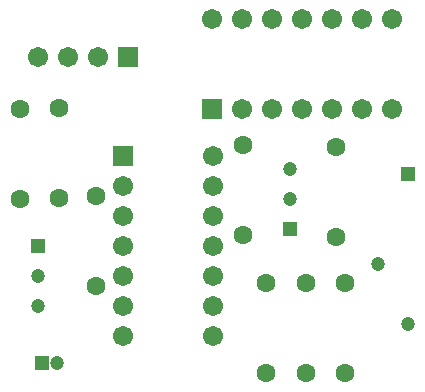
<source format=gbr>
%TF.GenerationSoftware,Altium Limited,Altium Designer,23.11.1 (41)*%
G04 Layer_Color=8388736*
%FSLAX45Y45*%
%MOMM*%
%TF.SameCoordinates,34E30776-E539-4141-9B1E-1B59BE426CC6*%
%TF.FilePolarity,Negative*%
%TF.FileFunction,Soldermask,Top*%
%TF.Part,Single*%
G01*
G75*
%TA.AperFunction,ComponentPad*%
%ADD11C,1.20000*%
%ADD12R,1.20000X1.20000*%
%ADD24C,1.60320*%
%ADD25R,1.20320X1.20320*%
%ADD26C,1.20320*%
%ADD27C,1.70320*%
%ADD28R,1.70320X1.70320*%
%ADD29R,1.70320X1.70320*%
D11*
X6514602Y7200900D02*
D03*
Y7454900D02*
D03*
X9398000Y7556500D02*
D03*
X9652000Y7048500D02*
D03*
X8648700Y8356600D02*
D03*
Y8102600D02*
D03*
D12*
X6514602Y7708900D02*
D03*
X9652000Y8318500D02*
D03*
X8648700Y7848600D02*
D03*
D24*
X9118600Y7391400D02*
D03*
Y6629400D02*
D03*
X6692900Y8877300D02*
D03*
Y8115300D02*
D03*
X8445500Y7391400D02*
D03*
Y6629400D02*
D03*
X6362700Y8864600D02*
D03*
Y8102600D02*
D03*
X7010400Y8128000D02*
D03*
Y7366000D02*
D03*
X8255000Y8559800D02*
D03*
Y7797800D02*
D03*
X9042400Y8547100D02*
D03*
Y7785100D02*
D03*
X8788400Y6629400D02*
D03*
Y7391400D02*
D03*
D25*
X6553200Y6718300D02*
D03*
D26*
X6680200D02*
D03*
D27*
X8001000Y6946900D02*
D03*
Y7200900D02*
D03*
Y7454900D02*
D03*
Y7708900D02*
D03*
Y7962900D02*
D03*
Y8216900D02*
D03*
Y8470900D02*
D03*
X7239000Y6946900D02*
D03*
Y7200900D02*
D03*
Y7454900D02*
D03*
Y7708900D02*
D03*
Y7962900D02*
D03*
Y8216900D02*
D03*
X9512300Y9626600D02*
D03*
X9258300D02*
D03*
X9004300D02*
D03*
X8750300D02*
D03*
X8496300D02*
D03*
X8242300D02*
D03*
X7988300D02*
D03*
X9512300Y8864600D02*
D03*
X9258300D02*
D03*
X9004300D02*
D03*
X8750300D02*
D03*
X8496300D02*
D03*
X8242300D02*
D03*
X6515100Y9309100D02*
D03*
X6769100D02*
D03*
X7023100D02*
D03*
D28*
X7239000Y8470900D02*
D03*
X7277100Y9309100D02*
D03*
D29*
X7988300Y8864600D02*
D03*
%TF.MD5,a74d4a5924bcb0a9b1adf8beeeccabaf*%
M02*

</source>
